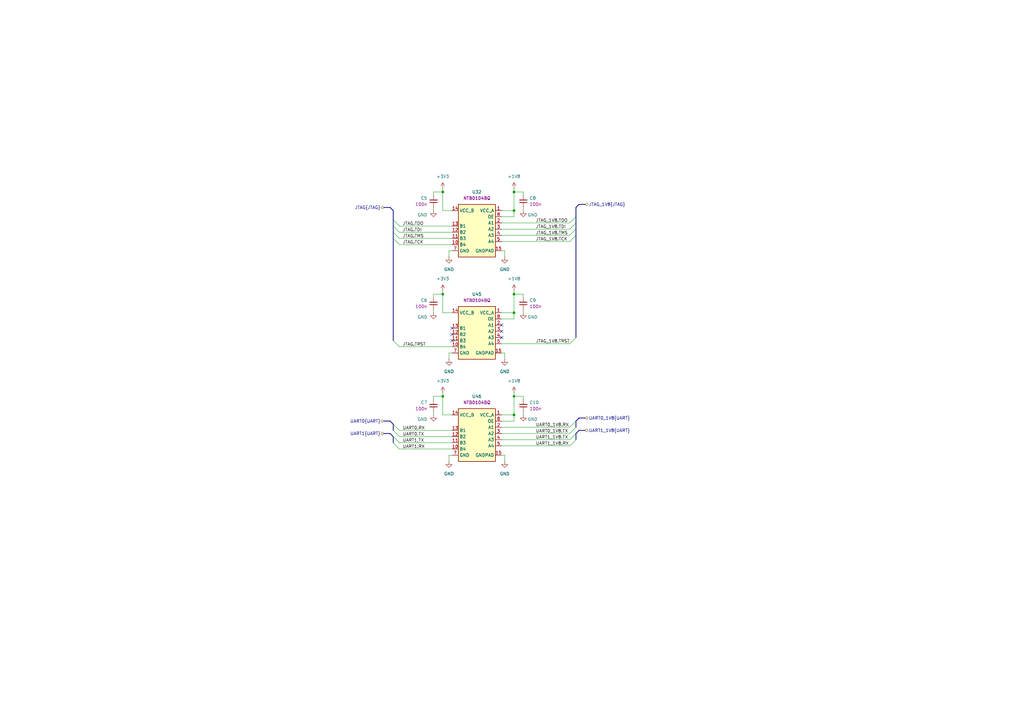
<source format=kicad_sch>
(kicad_sch (version 20250114) (generator "eeschema") (generator_version "9.0")
  (paper "A3")
  (title_block (title "DC-SCM Carrier Card for OSM-L SoMs") (date "2025-10-14") (rev "1.1.0"))
  (lib_symbols
    (symbol "antmicroCapacitors0402:C_100n_0402" (pin_numbers (hide yes)) (pin_names (hide yes))
      (property "Reference" "C" (at 20.32 -5.08 0))
      (property "Val" "100n" (at 20.32 -7.62 0))
      (symbol "C_100n_0402_0_1"
        (polyline (pts (xy 2.032 -1.524) (xy 2.032 1.524)) (stroke (width 0.3048)))
        (polyline (pts (xy 3.048 -1.524) (xy 3.048 1.524)) (stroke (width 0.3302)))
      )
      (symbol "C_100n_0402_1_1"
        (pin passive line (at 0 0 0) (length 2.032) (name "~") (number "1"))
        (pin passive line (at 5.08 0 180) (length 2.032) (name "~") (number "2"))
      )
    )
    (symbol "antmicroLogicTranslatorsLevelShifters:NTB0104_DHVQFN"
      (property "Reference" "U" (at 35.56 -2.54 0))
      (property "MPN" "NTB0104BQ" (at 35.56 -5.08 0))
      (symbol "NTB0104_DHVQFN_1_1"
        (rectangle (start 2.54 2.54) (end 17.78 -19.05) (stroke (width 0.254)) (fill (type background)))
        (pin power_in line (at 0 0 0) (length 2.54) (name "VCC_A") (number "1"))
        (pin power_in line (at 0 -2.54 0) (length 2.54) (name "OE") (number "8"))
        (pin bidirectional line (at 0 -5.08 0) (length 2.54) (name "A1") (number "2"))
        (pin bidirectional line (at 0 -7.62 0) (length 2.54) (name "A2") (number "3"))
        (pin bidirectional line (at 0 -10.16 0) (length 2.54) (name "A3") (number "4"))
        (pin bidirectional line (at 0 -12.7 0) (length 2.54) (name "A4") (number "5"))
        (pin input line (at 0 -16.51 0) (length 2.54) (name "GNDPAD") (number "15"))
        (pin no_connect line (at 17.78 -2.54 180) (length 2.54) (hide yes) (name "NC") (number "6"))
        (pin no_connect line (at 17.78 -3.81 180) (length 2.54) (hide yes) (name "NC") (number "9"))
        (pin power_in line (at 20.32 0 180) (length 2.54) (name "VCC_B") (number "14"))
        (pin bidirectional line (at 20.32 -6.35 180) (length 2.54) (name "B1") (number "13"))
        (pin bidirectional line (at 20.32 -8.89 180) (length 2.54) (name "B2") (number "12"))
        (pin bidirectional line (at 20.32 -11.43 180) (length 2.54) (name "B3") (number "11"))
        (pin bidirectional line (at 20.32 -13.97 180) (length 2.54) (name "B4") (number "10"))
        (pin power_in line (at 20.32 -16.51 180) (length 2.54) (name "GND") (number "7"))
      )
    )
    (symbol "antmicropower:+1V8" (power) (pin_numbers (hide yes)) (pin_names (hide yes))
      (property "Value" "+1V8" (at -3.175 2.54 0))
      (symbol "+1V8_1_1"
        (polyline (pts (xy -0.762 1.27) (xy 0 2.54)) (fill (type background)))
        (polyline (pts (xy 0 2.54) (xy 0.762 1.27)) (fill (type background)))
        (polyline (pts (xy 0 0) (xy 0 2.54)) (fill (type background)))
        (pin power_in line (at 0 0 90) (length 0) (hide yes) (name "+1V8") (number "1"))
      )
    )
    (symbol "antmicropower:+3V3" (power) (pin_numbers (hide yes)) (pin_names (hide yes))
      (property "Value" "+3V3" (at -3.175 2.54 0))
      (symbol "+3V3_0_1"
        (polyline (pts (xy 0 2.54) (xy -0.762 1.27)))
        (polyline (pts (xy 0 2.54) (xy 0.762 1.27)))
        (polyline (pts (xy 0 0) (xy 0 2.54)))
      )
      (symbol "+3V3_1_1"
        (pin power_in line (at 0 0 90) (length 0) (hide yes) (name "+3V3") (number "1"))
      )
    )
    (symbol "antmicropower:GND" (power) (pin_numbers (hide yes)) (pin_names (hide yes))
      (property "Value" "GND" (at 8.89 -5.08 0))
      (symbol "GND_1_1"
        (polyline (pts (xy 0 0) (xy 0 -1.27) (xy 1.27 -1.27) (xy 0 -2.54) (xy -1.27 -1.27) (xy 0 -1.27)))
        (pin power_in line (at 0 0 270) (length 0) (name "GND") (number "1"))
      )
    )
  )
  (bus_alias "STBY_1V8" (members "RDY" "EN" "~{RST_N}"))
  (bus_alias "STBY_3V3" (members "RDY" "EN" "~{RST_N}"))
  (junction (at 210.82 86.36))
  (junction (at 181.61 162.56))
  (junction (at 210.82 170.18))
  (junction (at 181.61 78.74))
  (junction (at 210.82 128.27))
  (junction (at 181.61 120.65))
  (junction (at 210.82 162.56))
  (junction (at 210.82 120.65))
  (junction (at 210.82 78.74))
  (no_connect (at 205.74 135.89))
  (no_connect (at 185.42 134.62))
  (no_connect (at 185.42 139.7))
  (no_connect (at 205.74 133.35))
  (no_connect (at 185.42 137.16))
  (no_connect (at 205.74 138.43))
  (bus_entry (at 236.22 175.26) (size -2.54 2.54))
  (bus_entry (at 161.29 179.07) (size 2.54 2.54))
  (bus_entry (at 161.29 90.17) (size 2.54 2.54))
  (bus_entry (at 236.22 172.72) (size -2.54 2.54))
  (bus_entry (at 236.22 88.9) (size -2.54 2.54))
  (bus_entry (at 161.29 139.7) (size 2.54 2.54))
  (bus_entry (at 236.22 93.98) (size -2.54 2.54))
  (bus_entry (at 161.29 181.61) (size 2.54 2.54))
  (bus_entry (at 161.29 173.99) (size 2.54 2.54))
  (bus_entry (at 161.29 92.71) (size 2.54 2.54))
  (bus_entry (at 161.29 176.53) (size 2.54 2.54))
  (bus_entry (at 236.22 180.34) (size -2.54 2.54))
  (bus_entry (at 161.29 95.25) (size 2.54 2.54))
  (bus_entry (at 161.29 97.79) (size 2.54 2.54))
  (bus_entry (at 236.22 177.8) (size -2.54 2.54))
  (bus_entry (at 236.22 138.43) (size -2.54 2.54))
  (bus_entry (at 236.22 96.52) (size -2.54 2.54))
  (bus_entry (at 236.22 91.44) (size -2.54 2.54))
  (wire (pts (xy 205.74 130.81) (xy 210.82 130.81)))
  (wire (pts (xy 177.8 78.74) (xy 177.8 80.01)))
  (wire (pts (xy 214.63 162.56) (xy 214.63 163.83)))
  (wire (pts (xy 163.83 92.71) (xy 185.42 92.71)))
  (bus (pts (xy 157.48 85.09) (xy 160.02 85.09)))
  (wire (pts (xy 214.63 168.91) (xy 214.63 170.18)))
  (wire (pts (xy 210.82 86.36) (xy 205.74 86.36)))
  (wire (pts (xy 181.61 128.27) (xy 185.42 128.27)))
  (bus (pts (xy 240.03 176.53) (xy 237.49 176.53)))
  (wire (pts (xy 181.61 161.29) (xy 181.61 162.56)))
  (wire (pts (xy 210.82 172.72) (xy 210.82 170.18)))
  (bus (pts (xy 240.03 171.45) (xy 237.49 171.45)))
  (wire (pts (xy 177.8 127) (xy 177.8 128.27)))
  (wire (pts (xy 214.63 78.74) (xy 214.63 80.01)))
  (wire (pts (xy 214.63 120.65) (xy 210.82 120.65)))
  (bus (pts (xy 236.22 93.98) (xy 236.22 96.52)))
  (wire (pts (xy 181.61 77.47) (xy 181.61 78.74)))
  (wire (pts (xy 205.74 88.9) (xy 210.82 88.9)))
  (bus (pts (xy 161.29 90.17) (xy 161.29 92.71)))
  (wire (pts (xy 214.63 162.56) (xy 210.82 162.56)))
  (wire (pts (xy 163.83 142.24) (xy 185.42 142.24)))
  (wire (pts (xy 163.83 184.15) (xy 185.42 184.15)))
  (wire (pts (xy 210.82 162.56) (xy 210.82 170.18)))
  (bus (pts (xy 240.03 83.82) (xy 237.49 83.82)))
  (wire (pts (xy 210.82 77.47) (xy 210.82 78.74)))
  (wire (pts (xy 214.63 127) (xy 214.63 128.27)))
  (bus (pts (xy 161.29 179.07) (xy 160.02 177.8)))
  (bus (pts (xy 236.22 96.52) (xy 236.22 138.43)))
  (wire (pts (xy 177.8 162.56) (xy 177.8 163.83)))
  (wire (pts (xy 210.82 161.29) (xy 210.82 162.56)))
  (wire (pts (xy 177.8 120.65) (xy 177.8 121.92)))
  (bus (pts (xy 161.29 86.36) (xy 161.29 90.17)))
  (wire (pts (xy 177.8 78.74) (xy 181.61 78.74)))
  (wire (pts (xy 177.8 162.56) (xy 181.61 162.56)))
  (wire (pts (xy 185.42 186.69) (xy 184.15 186.69)))
  (wire (pts (xy 163.83 179.07) (xy 185.42 179.07)))
  (wire (pts (xy 163.83 100.33) (xy 185.42 100.33)))
  (wire (pts (xy 181.61 119.38) (xy 181.61 120.65)))
  (wire (pts (xy 205.74 186.69) (xy 207.01 186.69)))
  (wire (pts (xy 214.63 120.65) (xy 214.63 121.92)))
  (wire (pts (xy 207.01 186.69) (xy 207.01 189.23)))
  (bus (pts (xy 161.29 173.99) (xy 161.29 176.53)))
  (wire (pts (xy 210.82 130.81) (xy 210.82 128.27)))
  (wire (pts (xy 163.83 176.53) (xy 185.42 176.53)))
  (wire (pts (xy 181.61 120.65) (xy 181.61 128.27)))
  (wire (pts (xy 205.74 96.52) (xy 233.68 96.52)))
  (wire (pts (xy 214.63 85.09) (xy 214.63 86.36)))
  (bus (pts (xy 236.22 91.44) (xy 236.22 93.98)))
  (wire (pts (xy 210.82 120.65) (xy 210.82 128.27)))
  (wire (pts (xy 205.74 182.88) (xy 233.68 182.88)))
  (bus (pts (xy 161.29 97.79) (xy 161.29 139.7)))
  (wire (pts (xy 210.82 119.38) (xy 210.82 120.65)))
  (wire (pts (xy 205.74 93.98) (xy 233.68 93.98)))
  (bus (pts (xy 236.22 177.8) (xy 236.22 180.34)))
  (wire (pts (xy 210.82 78.74) (xy 210.82 86.36)))
  (wire (pts (xy 181.61 78.74) (xy 181.61 86.36)))
  (wire (pts (xy 163.83 181.61) (xy 185.42 181.61)))
  (bus (pts (xy 157.48 177.8) (xy 160.02 177.8)))
  (bus (pts (xy 161.29 95.25) (xy 161.29 97.79)))
  (wire (pts (xy 181.61 162.56) (xy 181.61 170.18)))
  (bus (pts (xy 236.22 85.09) (xy 237.49 83.82)))
  (wire (pts (xy 177.8 120.65) (xy 181.61 120.65)))
  (wire (pts (xy 214.63 78.74) (xy 210.82 78.74)))
  (wire (pts (xy 205.74 144.78) (xy 207.01 144.78)))
  (bus (pts (xy 161.29 173.99) (xy 160.02 172.72)))
  (wire (pts (xy 205.74 140.97) (xy 233.68 140.97)))
  (wire (pts (xy 163.83 95.25) (xy 185.42 95.25)))
  (wire (pts (xy 210.82 128.27) (xy 205.74 128.27)))
  (bus (pts (xy 236.22 88.9) (xy 236.22 91.44)))
  (wire (pts (xy 181.61 86.36) (xy 185.42 86.36)))
  (bus (pts (xy 161.29 92.71) (xy 161.29 95.25)))
  (wire (pts (xy 177.8 85.09) (xy 177.8 86.36)))
  (wire (pts (xy 163.83 97.79) (xy 185.42 97.79)))
  (wire (pts (xy 181.61 170.18) (xy 185.42 170.18)))
  (wire (pts (xy 205.74 175.26) (xy 233.68 175.26)))
  (bus (pts (xy 236.22 172.72) (xy 236.22 175.26)))
  (wire (pts (xy 210.82 170.18) (xy 205.74 170.18)))
  (wire (pts (xy 205.74 177.8) (xy 233.68 177.8)))
  (wire (pts (xy 185.42 102.87) (xy 184.15 102.87)))
  (bus (pts (xy 236.22 85.09) (xy 236.22 88.9)))
  (bus (pts (xy 161.29 86.36) (xy 160.02 85.09)))
  (wire (pts (xy 205.74 180.34) (xy 233.68 180.34)))
  (wire (pts (xy 177.8 168.91) (xy 177.8 170.18)))
  (wire (pts (xy 207.01 144.78) (xy 207.01 147.32)))
  (wire (pts (xy 205.74 99.06) (xy 233.68 99.06)))
  (wire (pts (xy 184.15 186.69) (xy 184.15 189.23)))
  (bus (pts (xy 236.22 177.8) (xy 237.49 176.53)))
  (wire (pts (xy 184.15 102.87) (xy 184.15 105.41)))
  (bus (pts (xy 236.22 172.72) (xy 237.49 171.45)))
  (bus (pts (xy 157.48 172.72) (xy 160.02 172.72)))
  (bus (pts (xy 161.29 179.07) (xy 161.29 181.61)))
  (wire (pts (xy 205.74 102.87) (xy 207.01 102.87)))
  (wire (pts (xy 205.74 91.44) (xy 233.68 91.44)))
  (wire (pts (xy 185.42 144.78) (xy 184.15 144.78)))
  (wire (pts (xy 184.15 144.78) (xy 184.15 147.32)))
  (wire (pts (xy 205.74 172.72) (xy 210.82 172.72)))
  (wire (pts (xy 210.82 88.9) (xy 210.82 86.36)))
  (wire (pts (xy 207.01 102.87) (xy 207.01 105.41)))
  (label "JTAG.TRST" (at 165.1 142.24 0))
  (label "UART0_1V8.TX" (at 219.71 177.8 0))
  (label "JTAG.TDO" (at 165.1 92.71 0))
  (label "JTAG_1V8.TMS" (at 219.71 96.52 0))
  (label "JTAG_1V8.TDI" (at 219.71 93.98 0))
  (label "JTAG.TCK" (at 165.1 100.33 0))
  (label "UART0_1V8.RX" (at 219.71 175.26 0))
  (label "JTAG_1V8.TDO" (at 219.71 91.44 0))
  (label "JTAG.TMS" (at 165.1 97.79 0))
  (label "UART1.RX" (at 165.1 184.15 0))
  (label "UART0.TX" (at 165.1 179.07 0))
  (label "UART1_1V8.TX" (at 219.71 180.34 0))
  (label "JTAG_1V8.TCK" (at 219.71 99.06 0))
  (label "JTAG.TDI" (at 165.1 95.25 0))
  (label "UART1_1V8.RX" (at 219.71 182.88 0))
  (label "UART1.TX" (at 165.1 181.61 0))
  (label "UART0.RX" (at 165.1 176.53 0))
  (label "JTAG_1V8.TRST" (at 219.71 140.97 0))
  (hierarchical_label "UART0_1V8{UART}" (shape bidirectional) (at 240.03 171.45 0))
  (hierarchical_label "JTAG_1V8{JTAG}" (shape bidirectional) (at 240.03 83.82 0))
  (hierarchical_label "JTAG{JTAG}" (shape bidirectional) (at 157.48 85.09 180))
  (hierarchical_label "UART1{UART}" (shape bidirectional) (at 157.48 177.8 180))
  (hierarchical_label "UART0{UART}" (shape bidirectional) (at 157.48 172.72 180))
  (hierarchical_label "UART1_1V8{UART}" (shape bidirectional) (at 240.03 176.53 0))
  (symbol (lib_id "antmicroCapacitors0402:C_100n_0402") (at 177.8 168.91 270) (mirror x) (unit 1)
    (property "Reference" "C7" (at 175.26 165.0936 90) (effects (justify right)))
    (property "Value" "C_100n_0402" (effects (hide yes)))
    (property "Footprint" "antmicro-footprints:C_0402_1005Metric" (effects (hide yes)))
    (property "Datasheet" "https://www.murata.com/products/productdetail?partno=GRM155R61H104KE14%23" (effects (hide yes)))
    (property "Description" "SMD Multilayer Ceramic Capacitor, 0.1 µF, 50 V, 0402 [1005 Metric], ± 10%, X5R, GRM Series" (effects (hide yes)))
    (property "MPN" "GRM155R61H104KE14D" (effects (hide yes)))
    (property "Manufacturer" "Murata" (effects (hide yes)))
    (property "License" "Apache-2.0" (effects (hide yes)))
    (property "Author" "Antmicro" (effects (hide yes)))
    (property "Val" "100n" (at 175.26 167.6336 90) (effects (justify right)))
    (property "Voltage" "50V" (effects (hide yes)))
    (property "Dielectric" "X5R" (effects (hide yes)))
  )
  (symbol (lib_id "antmicropower:+3V3") (at 181.61 161.29 0) (mirror y) (unit 1)
    (property "Reference" "#PWR0448" (effects (hide yes)))
    (property "Value" "+3V3" (at 181.61 156.21 0))
    (property "Author" "Antmicro" (effects (hide yes)))
    (property "License" "Apache-2.0" (effects (hide yes)))
  )
  (symbol (lib_id "antmicropower:GND") (at 177.8 170.18 0) (mirror y) (unit 1)
    (property "Reference" "#PWR0447" (effects (hide yes)))
    (property "Value" "GND" (at 173.228 171.958 0))
    (property "Author" "Antmicro" (effects (hide yes)))
    (property "License" "Apache-2.0" (effects (hide yes)))
  )
  (symbol (lib_id "antmicropower:+1V8") (at 210.82 161.29 0) (mirror y) (unit 1)
    (property "Reference" "#PWR0451" (effects (hide yes)))
    (property "Value" "+1V8" (at 210.82 156.21 0))
    (property "Author" "Antmicro" (effects (hide yes)))
    (property "License" "Apache-2.0" (effects (hide yes)))
  )
  (symbol (lib_id "antmicroCapacitors0402:C_100n_0402") (at 214.63 85.09 270) (mirror x) (unit 1)
    (property "Reference" "C8" (at 217.17 81.2736 90) (effects (justify left)))
    (property "Value" "C_100n_0402" (effects (hide yes)))
    (property "Footprint" "antmicro-footprints:C_0402_1005Metric" (effects (hide yes)))
    (property "Datasheet" "https://www.murata.com/products/productdetail?partno=GRM155R61H104KE14%23" (effects (hide yes)))
    (property "Description" "SMD Multilayer Ceramic Capacitor, 0.1 µF, 50 V, 0402 [1005 Metric], ± 10%, X5R, GRM Series" (effects (hide yes)))
    (property "MPN" "GRM155R61H104KE14D" (effects (hide yes)))
    (property "Manufacturer" "Murata" (effects (hide yes)))
    (property "License" "Apache-2.0" (effects (hide yes)))
    (property "Author" "Antmicro" (effects (hide yes)))
    (property "Val" "100n" (at 217.17 83.8136 90) (effects (justify left)))
    (property "Voltage" "50V" (effects (hide yes)))
    (property "Dielectric" "X5R" (effects (hide yes)))
  )
  (symbol (lib_id "antmicroLogicTranslatorsLevelShifters:NTB0104_DHVQFN") (at 205.74 86.36 0) (mirror y) (unit 1)
    (property "Reference" "U32" (at 195.58 78.74 0))
    (property "Value" "NTB0104_DHVQFN" (effects (hide yes)))
    (property "Footprint" "antmicro-footprints:DHVQFN-14-1EP_2.5x3mm" (effects (hide yes)))
    (property "Datasheet" "https://www.nxp.com/docs/en/data-sheet/NTB0104.pdf" (effects (hide yes)))
    (property "Description" "Voltage Level Translator Bidirectional 1 Circuit 4 Channel 100Mbps 14-DHVQFN (2.5x3)" (effects (hide yes)))
    (property "MPN" "NTB0104BQ" (at 195.58 81.28 0))
    (property "Manufacturer" "NXP" (effects (hide yes)))
    (property "Author" "Antmicro" (effects (hide yes)))
    (property "License" "Apache-2.0" (effects (hide yes)))
  )
  (symbol (lib_id "antmicroCapacitors0402:C_100n_0402") (at 214.63 127 270) (mirror x) (unit 1)
    (property "Reference" "C9" (at 217.17 123.1836 90) (effects (justify left)))
    (property "Value" "C_100n_0402" (effects (hide yes)))
    (property "Footprint" "antmicro-footprints:C_0402_1005Metric" (effects (hide yes)))
    (property "Datasheet" "https://www.murata.com/products/productdetail?partno=GRM155R61H104KE14%23" (effects (hide yes)))
    (property "Description" "SMD Multilayer Ceramic Capacitor, 0.1 µF, 50 V, 0402 [1005 Metric], ± 10%, X5R, GRM Series" (effects (hide yes)))
    (property "MPN" "GRM155R61H104KE14D" (effects (hide yes)))
    (property "Manufacturer" "Murata" (effects (hide yes)))
    (property "License" "Apache-2.0" (effects (hide yes)))
    (property "Author" "Antmicro" (effects (hide yes)))
    (property "Val" "100n" (at 217.17 125.7236 90) (effects (justify left)))
    (property "Voltage" "50V" (effects (hide yes)))
    (property "Dielectric" "X5R" (effects (hide yes)))
  )
  (symbol (lib_id "antmicropower:GND") (at 214.63 170.18 0) (unit 1)
    (property "Reference" "#PWR0452" (effects (hide yes)))
    (property "Value" "GND" (at 218.44 171.958 0))
    (property "Author" "Antmicro" (effects (hide yes)))
    (property "License" "Apache-2.0" (effects (hide yes)))
  )
  (symbol (lib_id "antmicropower:GND") (at 184.15 189.23 0) (unit 1)
    (property "Reference" "#PWR0449" (effects (hide yes)))
    (property "Value" "GND" (at 184.15 194.31 0))
    (property "Author" "Antmicro" (effects (hide yes)))
    (property "License" "Apache-2.0" (effects (hide yes)))
  )
  (symbol (lib_id "antmicropower:+1V8") (at 210.82 77.47 0) (mirror y) (unit 1)
    (property "Reference" "#PWR0439" (effects (hide yes)))
    (property "Value" "+1V8" (at 210.82 72.39 0))
    (property "Author" "Antmicro" (effects (hide yes)))
    (property "License" "Apache-2.0" (effects (hide yes)))
  )
  (symbol (lib_id "antmicropower:+3V3") (at 181.61 77.47 0) (mirror y) (unit 1)
    (property "Reference" "#PWR0434" (effects (hide yes)))
    (property "Value" "+3V3" (at 181.61 72.39 0))
    (property "Author" "Antmicro" (effects (hide yes)))
    (property "License" "Apache-2.0" (effects (hide yes)))
  )
  (symbol (lib_id "antmicropower:GND") (at 177.8 86.36 0) (mirror y) (unit 1)
    (property "Reference" "#PWR0433" (effects (hide yes)))
    (property "Value" "GND" (at 173.228 88.138 0))
    (property "Author" "Antmicro" (effects (hide yes)))
    (property "License" "Apache-2.0" (effects (hide yes)))
  )
  (symbol (lib_id "antmicroCapacitors0402:C_100n_0402") (at 177.8 85.09 270) (mirror x) (unit 1)
    (property "Reference" "C5" (at 175.26 81.2736 90) (effects (justify right)))
    (property "Value" "C_100n_0402" (effects (hide yes)))
    (property "Footprint" "antmicro-footprints:C_0402_1005Metric" (effects (hide yes)))
    (property "Datasheet" "https://www.murata.com/products/productdetail?partno=GRM155R61H104KE14%23" (effects (hide yes)))
    (property "Description" "SMD Multilayer Ceramic Capacitor, 0.1 µF, 50 V, 0402 [1005 Metric], ± 10%, X5R, GRM Series" (effects (hide yes)))
    (property "MPN" "GRM155R61H104KE14D" (effects (hide yes)))
    (property "Manufacturer" "Murata" (effects (hide yes)))
    (property "License" "Apache-2.0" (effects (hide yes)))
    (property "Author" "Antmicro" (effects (hide yes)))
    (property "Val" "100n" (at 175.26 83.8136 90) (effects (justify right)))
    (property "Voltage" "50V" (effects (hide yes)))
    (property "Dielectric" "X5R" (effects (hide yes)))
  )
  (symbol (lib_id "antmicropower:GND") (at 214.63 128.27 0) (unit 1)
    (property "Reference" "#PWR0446" (effects (hide yes)))
    (property "Value" "GND" (at 218.44 130.048 0))
    (property "Author" "Antmicro" (effects (hide yes)))
    (property "License" "Apache-2.0" (effects (hide yes)))
  )
  (symbol (lib_id "antmicroCapacitors0402:C_100n_0402") (at 177.8 127 270) (mirror x) (unit 1)
    (property "Reference" "C6" (at 175.26 123.1836 90) (effects (justify right)))
    (property "Value" "C_100n_0402" (effects (hide yes)))
    (property "Footprint" "antmicro-footprints:C_0402_1005Metric" (effects (hide yes)))
    (property "Datasheet" "https://www.murata.com/products/productdetail?partno=GRM155R61H104KE14%23" (effects (hide yes)))
    (property "Description" "SMD Multilayer Ceramic Capacitor, 0.1 µF, 50 V, 0402 [1005 Metric], ± 10%, X5R, GRM Series" (effects (hide yes)))
    (property "MPN" "GRM155R61H104KE14D" (effects (hide yes)))
    (property "Manufacturer" "Murata" (effects (hide yes)))
    (property "License" "Apache-2.0" (effects (hide yes)))
    (property "Author" "Antmicro" (effects (hide yes)))
    (property "Val" "100n" (at 175.26 125.7236 90) (effects (justify right)))
    (property "Voltage" "50V" (effects (hide yes)))
    (property "Dielectric" "X5R" (effects (hide yes)))
  )
  (symbol (lib_id "antmicropower:GND") (at 207.01 105.41 0) (unit 1)
    (property "Reference" "#PWR0437" (effects (hide yes)))
    (property "Value" "GND" (at 207.01 110.49 0))
    (property "Author" "Antmicro" (effects (hide yes)))
    (property "License" "Apache-2.0" (effects (hide yes)))
  )
  (symbol (lib_id "antmicroLogicTranslatorsLevelShifters:NTB0104_DHVQFN") (at 205.74 170.18 0) (mirror y) (unit 1)
    (property "Reference" "U46" (at 195.58 162.56 0))
    (property "Value" "NTB0104_DHVQFN" (effects (hide yes)))
    (property "Footprint" "antmicro-footprints:DHVQFN-14-1EP_2.5x3mm" (effects (hide yes)))
    (property "Datasheet" "https://www.nxp.com/docs/en/data-sheet/NTB0104.pdf" (effects (hide yes)))
    (property "Description" "Voltage Level Translator Bidirectional 1 Circuit 4 Channel 100Mbps 14-DHVQFN (2.5x3)" (effects (hide yes)))
    (property "MPN" "NTB0104BQ" (at 195.58 165.1 0))
    (property "Manufacturer" "NXP" (effects (hide yes)))
    (property "Author" "Antmicro" (effects (hide yes)))
    (property "License" "Apache-2.0" (effects (hide yes)))
  )
  (symbol (lib_id "antmicropower:GND") (at 177.8 128.27 0) (mirror y) (unit 1)
    (property "Reference" "#PWR0441" (effects (hide yes)))
    (property "Value" "GND" (at 173.228 130.048 0))
    (property "Author" "Antmicro" (effects (hide yes)))
    (property "License" "Apache-2.0" (effects (hide yes)))
  )
  (symbol (lib_id "antmicropower:GND") (at 214.63 86.36 0) (unit 1)
    (property "Reference" "#PWR0440" (effects (hide yes)))
    (property "Value" "GND" (at 218.44 88.138 0))
    (property "Author" "Antmicro" (effects (hide yes)))
    (property "License" "Apache-2.0" (effects (hide yes)))
  )
  (symbol (lib_id "antmicropower:GND") (at 184.15 147.32 0) (unit 1)
    (property "Reference" "#PWR0443" (effects (hide yes)))
    (property "Value" "GND" (at 184.15 152.4 0))
    (property "Author" "Antmicro" (effects (hide yes)))
    (property "License" "Apache-2.0" (effects (hide yes)))
  )
  (symbol (lib_id "antmicropower:GND") (at 207.01 147.32 0) (unit 1)
    (property "Reference" "#PWR0444" (effects (hide yes)))
    (property "Value" "GND" (at 207.01 152.4 0))
    (property "Author" "Antmicro" (effects (hide yes)))
    (property "License" "Apache-2.0" (effects (hide yes)))
  )
  (symbol (lib_id "antmicropower:+1V8") (at 210.82 119.38 0) (mirror y) (unit 1)
    (property "Reference" "#PWR0445" (effects (hide yes)))
    (property "Value" "+1V8" (at 210.82 114.3 0))
    (property "Author" "Antmicro" (effects (hide yes)))
    (property "License" "Apache-2.0" (effects (hide yes)))
  )
  (symbol (lib_id "antmicroLogicTranslatorsLevelShifters:NTB0104_DHVQFN") (at 205.74 128.27 0) (mirror y) (unit 1)
    (property "Reference" "U45" (at 195.58 120.65 0))
    (property "Value" "NTB0104_DHVQFN" (effects (hide yes)))
    (property "Footprint" "antmicro-footprints:DHVQFN-14-1EP_2.5x3mm" (effects (hide yes)))
    (property "Datasheet" "https://www.nxp.com/docs/en/data-sheet/NTB0104.pdf" (effects (hide yes)))
    (property "Description" "Voltage Level Translator Bidirectional 1 Circuit 4 Channel 100Mbps 14-DHVQFN (2.5x3)" (effects (hide yes)))
    (property "MPN" "NTB0104BQ" (at 195.58 123.19 0))
    (property "Manufacturer" "NXP" (effects (hide yes)))
    (property "Author" "Antmicro" (effects (hide yes)))
    (property "License" "Apache-2.0" (effects (hide yes)))
  )
  (symbol (lib_id "antmicropower:GND") (at 207.01 189.23 0) (unit 1)
    (property "Reference" "#PWR0450" (effects (hide yes)))
    (property "Value" "GND" (at 207.01 194.31 0))
    (property "Author" "Antmicro" (effects (hide yes)))
    (property "License" "Apache-2.0" (effects (hide yes)))
  )
  (symbol (lib_id "antmicropower:GND") (at 184.15 105.41 0) (unit 1)
    (property "Reference" "#PWR0435" (effects (hide yes)))
    (property "Value" "GND" (at 184.15 110.49 0))
    (property "Author" "Antmicro" (effects (hide yes)))
    (property "License" "Apache-2.0" (effects (hide yes)))
  )
  (symbol (lib_id "antmicropower:+3V3") (at 181.61 119.38 0) (mirror y) (unit 1)
    (property "Reference" "#PWR0442" (effects (hide yes)))
    (property "Value" "+3V3" (at 181.61 114.3 0))
    (property "Author" "Antmicro" (effects (hide yes)))
    (property "License" "Apache-2.0" (effects (hide yes)))
  )
  (symbol (lib_id "antmicroCapacitors0402:C_100n_0402") (at 214.63 168.91 270) (mirror x) (unit 1)
    (property "Reference" "C10" (at 217.17 165.0936 90) (effects (justify left)))
    (property "Value" "C_100n_0402" (effects (hide yes)))
    (property "Footprint" "antmicro-footprints:C_0402_1005Metric" (effects (hide yes)))
    (property "Datasheet" "https://www.murata.com/products/productdetail?partno=GRM155R61H104KE14%23" (effects (hide yes)))
    (property "Description" "SMD Multilayer Ceramic Capacitor, 0.1 µF, 50 V, 0402 [1005 Metric], ± 10%, X5R, GRM Series" (effects (hide yes)))
    (property "MPN" "GRM155R61H104KE14D" (effects (hide yes)))
    (property "Manufacturer" "Murata" (effects (hide yes)))
    (property "License" "Apache-2.0" (effects (hide yes)))
    (property "Author" "Antmicro" (effects (hide yes)))
    (property "Val" "100n" (at 217.17 167.6336 90) (effects (justify left)))
    (property "Voltage" "50V" (effects (hide yes)))
    (property "Dielectric" "X5R" (effects (hide yes)))
  )
)
</source>
